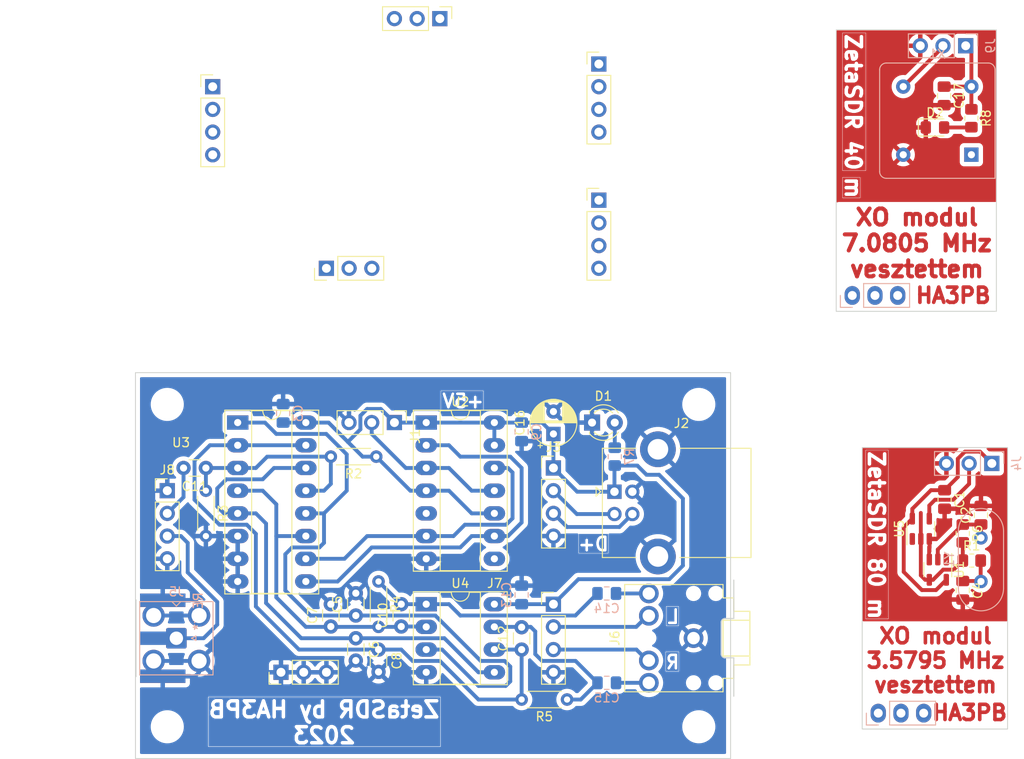
<source format=kicad_pcb>
(kicad_pcb (version 20221018) (generator pcbnew)
  (title_block (title "ZetaSDR") (date "2023-07-25") (company "HA3PB"))
  (layers (0 "F.Cu" signal) (31 "B.Cu" signal) (34 "B.Paste" user) (35 "F.Paste" user) (36 "B.SilkS" user "B.Silkscreen") (37 "F.SilkS" user "F.Silkscreen") (38 "B.Mask" user) (39 "F.Mask" user) (44 "Edge.Cuts" user))
  (net 0 "")
  (net 1 "VCC")
  (net 2 "GND")
  (net 3 "Net-(U3-X0)")
  (net 4 "Net-(U3-X1)")
  (net 5 "Net-(U3-X3)")
  (net 6 "Net-(U3-X2)")
  (net 7 "Net-(U3-X)")
  (net 8 "Net-(C14-Pad2)")
  (net 9 "Net-(C10-Pad2)")
  (net 10 "Net-(C15-Pad2)")
  (net 11 "Net-(C12-Pad2)")
  (net 12 "Net-(J2-D-)")
  (net 13 "Net-(J2-D+)")
  (net 14 "/CLK")
  (net 15 "Net-(C2-Pad1)")
  (net 16 "Net-(U2A-D)")
  (net 18 "Net-(U2A-~{Q})")
  (net 19 "Net-(J4-Pin_2)")
  (net 20 "Net-(J5-In)")
  (net 21 "Net-(J7-Pin_3)")
  (net 22 "Net-(J7-Pin_2)")
  (net 24 "Net-(J8-Pin_2)")
  (net 25 "Net-(R1-Pad1)")
  (net 26 "Net-(C4-Pad1)")
  (net 27 "Net-(D1-A)")
  (net 28 "Net-(D2-A)")
  (net 29 "Net-(J9-Pin_2)")
  (footprint "Connector_PinHeader_2.54mm:PinHeader_1x03_P2.54mm_Vertical" (layer "F.Cu") (at 112.791 73.924 90)
    (fp_text reference "REF**" hide)
    (fp_text value "PinHeader_1x03_P2.54mm_Vertical" hide)
  )
  (footprint "Resistor_SMD:R_0805_2012Metric_Pad1.20x1.40mm_HandSolder" (layer "F.Cu") (at 184.9501 106.6259)
    (fp_text reference "R1")
    (fp_text value "10")
  )
  (footprint "Package_TO_SOT_SMD:SOT-23-5" (layer "F.Cu") (at 181.1561 107.6419 -90)
    (fp_text reference "U1")
    (fp_text value "74AHCT1G14")
  )
  (footprint "MountingHole:MountingHole_3.2mm_M3" (layer "F.Cu") (at 94.996 89.154)
    (fp_text reference "REF**" hide)
    (fp_text value "MountingHole_3.2mm_M3" hide)
  )
  (footprint "Package_DIP:DIP-16_W7.62mm_Socket_LongPads" (layer "F.Cu") (at 102.87 91.186)
    (fp_text reference "U3")
    (fp_text value "4052")
  )
  (footprint "Capacitor_THT:CP_Radial_D5.0mm_P2.50mm" (layer "F.Cu") (at 138.176 92.456 90)
    (fp_text reference "C16")
    (fp_text value "10u")
  )
  (footprint "Connector_PinHeader_2.54mm:PinHeader_1x04_P2.54mm_Vertical" (layer "F.Cu") (at 143.256 66.304)
    (fp_text reference "J?" hide)
    (fp_text value "ADC" hide)
  )
  (footprint "LED_SMD:LED_0805_2012Metric_Pad1.15x1.40mm_HandSolder" (layer "F.Cu") (at 180.839 58.166)
    (fp_text reference "D2")
    (fp_text value "LED")
  )
  (footprint "MountingHole:MountingHole_3.2mm_M3" (layer "F.Cu") (at 154.432 125.222)
    (fp_text reference "REF**" hide)
    (fp_text value "MountingHole_3.2mm_M3" hide)
  )
  (footprint "Connector_USB:USB_B_Lumberg_2411_02_Horizontal" (layer "F.Cu") (at 145 98.922)
    (fp_text reference "J2")
    (fp_text value "USB_B")
  )
  (footprint "Connector_PinHeader_2.54mm:PinHeader_1x03_P2.54mm_Vertical" (layer "F.Cu") (at 107.711 119.126 90)
    (fp_text reference "REF**" hide)
    (fp_text value "PinHeader_1x03_P2.54mm_Vertical" hide)
  )
  (footprint "Connector_PinHeader_2.54mm:PinHeader_1x04_P2.54mm_Vertical" (layer "F.Cu") (at 143.256 51.064)
    (fp_text reference "J?" hide)
    (fp_text value "USB" hide)
  )
  (footprint "MountingHole:MountingHole_3.2mm_M3" (layer "F.Cu") (at 94.996 125.222)
    (fp_text reference "REF**" hide)
    (fp_text value "MountingHole_3.2mm_M3" hide)
  )
  (footprint "Package_DIP:DIP-14_W7.62mm_Socket_LongPads" (layer "F.Cu") (at 123.952 91.186)
    (fp_text reference "U2")
    (fp_text value "74HC74")
  )
  (footprint "Capacitor_THT:C_Disc_D3.0mm_W1.6mm_P2.50mm" (layer "F.Cu") (at 116.078 115.316 -90)
    (fp_text reference "C6")
    (fp_text value "22n")
  )
  (footprint "Resistor_SMD:R_0805_2012Metric_Pad1.20x1.40mm_HandSolder" (layer "F.Cu") (at 184.912 57.134 -90)
    (fp_text reference "R8")
    (fp_text value "1k")
  )
  (footprint "Resistor_THT:R_Axial_DIN0204_L3.6mm_D1.6mm_P5.08mm_Horizontal" (layer "F.Cu") (at 118.618 108.966 -90)
    (fp_text reference "R4")
    (fp_text value "5k1")
  )
  (footprint "Capacitor_THT:C_Disc_D3.0mm_W1.6mm_P2.50mm" (layer "F.Cu") (at 118.618 116.586 -90)
    (fp_text reference "C8")
    (fp_text value "22n")
  )
  (footprint "Capacitor_SMD:C_0805_2012Metric_Pad1.18x1.45mm_HandSolder" (layer "F.Cu") (at 181.864 54.6315 -90)
    (fp_text reference "C17")
    (fp_text value "100n")
  )
  (footprint "Capacitor_SMD:C_0805_2012Metric_Pad1.18x1.45mm_HandSolder" (layer "F.Cu") (at 181.9181 99.7894 -90)
    (fp_text reference "C1")
    (fp_text value "100n")
  )
  (footprint "Connector_PinHeader_2.54mm:PinHeader_1x04_P2.54mm_Vertical" (layer "F.Cu") (at 138.176 96.266)
    (fp_text reference "J3")
    (fp_text value "USB")
  )
  (footprint "Resistor_THT:R_Axial_DIN0204_L3.6mm_D1.6mm_P5.08mm_Horizontal" (layer "F.Cu") (at 99.314 98.806 -90)
    (fp_text reference "R3")
    (fp_text value "1k")
  )
  (footprint "Capacitor_THT:C_Disc_D3.0mm_W1.6mm_P2.50mm" (layer "F.Cu") (at 113.284 114.006 90)
    (fp_text reference "C7")
    (fp_text value "22n")
  )
  (footprint "Connector_PinHeader_2.54mm:PinHeader_1x04_P2.54mm_Vertical" (layer "F.Cu") (at 100.076 53.604)
    (fp_text reference "J?" hide)
    (fp_text value "FILTER" hide)
  )
  (footprint "Resistor_THT:R_Axial_DIN0204_L3.6mm_D1.6mm_P5.08mm_Horizontal" (layer "F.Cu") (at 139.7 122.174 180)
    (fp_text reference "R5")
    (fp_text value "5k1")
  )
  (footprint "Resistor_THT:R_Axial_DIN0204_L3.6mm_D1.6mm_P5.08mm_Horizontal" (layer "F.Cu") (at 118.364 94.996 180)
    (fp_text reference "R2")
    (fp_text value "1k")
  )
  (footprint "Capacitor_THT:C_Disc_D3.0mm_W1.6mm_P2.50mm" (layer "F.Cu") (at 99.314 96.266 180)
    (fp_text reference "C11")
    (fp_text value "100p")
  )
  (footprint "Package_DIP:DIP-8_W7.62mm_Socket_LongPads" (layer "F.Cu") (at 123.952 111.506)
    (fp_text reference "U4")
    (fp_text value "NE5532")
  )
  (footprint "Capacitor_THT:C_Disc_D3.0mm_W1.6mm_P2.50mm" (layer "F.Cu") (at 116.078 112.776 90)
    (fp_text reference "C5")
    (fp_text value "22n")
  )
  (footprint "Connector_PinHeader_2.54mm:PinHeader_1x04_P2.54mm_Vertical" (layer "F.Cu") (at 138.176 111.506)
    (fp_text reference "J7")
    (fp_text value "ADC")
  )
  (footprint "Capacitor_THT:C_Disc_D3.0mm_W1.6mm_P2.50mm" (layer "F.Cu") (at 134.62 116.586 90)
    (fp_text reference "C12")
    (fp_text value "330p")
  )
  (footprint "Connector_Audio:Jack_3.5mm_CUI_SJ1-3525N_Horizontal" (layer "F.Cu") (at 153.844 115.306 90)
    (fp_text reference "J6")
    (fp_text value "AudioJack3_SwitchTR")
    (fp_line (start -2.2 3.5) (end -2.2 4.5) (stroke (width 0.12)) (layer "Edge.Cuts"))
    (fp_line (start -2.2 4.5) (end -6.5 4.5) (stroke (width 0.12)) (layer "Edge.Cuts"))
    (fp_line (start 1.8 3.1) (end -1.8 3.1) (stroke (width 0.12)) (layer "Edge.Cuts"))
    (fp_line (start 2.2 3.5) (end 2.2 4.5) (stroke (width 0.12)) (layer "Edge.Cuts"))
    (fp_line (start 2.2 4.5) (end 6.5 4.5) (stroke (width 0.12)) (layer "Edge.Cuts"))
    (fp_arc (start -2.2 3.5) (mid -2.082842 3.217158) (end -1.8 3.1) (stroke (width 0.12)) (layer "Edge.Cuts"))
    (fp_arc (start 1.8 3.1) (mid 2.082843 3.217157) (end 2.2 3.5) (stroke (width 0.12)) (layer "Edge.Cuts"))
  )
  (footprint "Connector_PinHeader_2.54mm:PinHeader_1x04_P2.54mm_Vertical" (layer "F.Cu") (at 94.996 98.806)
    (fp_text reference "J8")
    (fp_text value "FILTER")
  )
  (footprint "MountingHole:MountingHole_3.2mm_M3" (layer "F.Cu") (at 154.432 89.154)
    (fp_text reference "REF**" hide)
    (fp_text value "MountingHole_3.2mm_M3" hide)
  )
  (footprint "Resistor_SMD:R_0805_2012Metric_Pad1.20x1.40mm_HandSolder" (layer "F.Cu") (at 183.9501 103.5939 -90)
    (fp_text reference "R6")
    (fp_text value "1M")
  )
  (footprint "Connector_PinHeader_2.54mm:PinHeader_1x03_P2.54mm_Vertical" (layer "F.Cu") (at 125.476 45.984 -90)
    (fp_text reference "J?" hide)
    (fp_text value "OSC" hide)
  )
  (footprint "Capacitor_SMD:C_0805_2012Metric_Pad1.18x1.45mm_HandSolder" (layer "F.Cu") (at 183.9501 109.9494 -90)
    (fp_text reference "C4")
    (fp_text value "22p")
  )
  (footprint "Package_TO_SOT_SMD:SOT-23-5" (layer "F.Cu") (at 179.2561 103.0699 90)
    (fp_text reference "U5")
    (fp_text value "74AHCT1G14")
  )
  (footprint "LED_THT:LED_D3.0mm" (layer "F.Cu") (at 142.494 91.186)
    (fp_text reference "D1")
    (fp_text value "LED")
  )
  (footprint "Connector_PinHeader_2.54mm:PinHeader_1x03_P2.54mm_Vertical" (layer "F.Cu") (at 120.396 91.186 -90)
    (fp_text reference "J1")
    (fp_text value "OSC")
  )
  (footprint "Capacitor_THT:C_Disc_D3.0mm_W1.6mm_P2.50mm" (layer "F.Cu") (at 121.158 114.006 90)
    (fp_text reference "C10")
    (fp_text value "330p")
  )
  (footprint "Capacitor_SMD:C_0805_2012Metric_Pad1.18x1.45mm_HandSolder" (layer "F.Cu") (at 185.9821 101.5459 90)
    (fp_text reference "C2")
    (fp_text value "22p")
  )
  (footprint "Capacitor_SMD:C_0805_2012Metric_Pad1.18x1.45mm_HandSolder" (layer "B.Cu") (at 144.1385 110.306)
    (fp_text reference "C14")
    (fp_text value "1u")
  )
  (footprint "Connector_PinSocket_2.54mm:PinSocket_1x03_P2.54mm_Vertical" (layer "B.Cu") (at 187.198 95.758 90)
    (fp_text reference "J4")
    (fp_text value "OSC")
  )
  (footprint "Oscillator:Oscillator_DIP-8" (layer "B.Cu") (at 184.912 61.214 180)
    (fp_text reference "X1")
    (fp_text value "CXO_DIP8")
  )
  (footprint "Connector_Coaxial:SMA_Amphenol_132289_EdgeMount" (layer "B.Cu") (at 94.488 115.316 180)
    (fp_text reference "REF**")
    (fp_text value "SMA_Amphenol_132289_EdgeMount")
  )
  (footprint "Connector_Coaxial:SMA_Amphenol_901-143_Horizontal" (layer "B.Cu") (at 96.012 115.316 -90)
    (fp_text reference "J5")
    (fp_text value "Antenna")
    (fp_line (start 4.3 4.5) (end -4.3 4.5) (stroke (width 0.1)) (layer "Edge.Cuts"))
  )
  (footprint "Resistor_SMD:R_0805_2012Metric_Pad1.20x1.40mm_HandSolder" (layer "B.Cu") (at 145.034 94.996 90)
    (fp_text reference "R7")
    (fp_text value "1k")
  )
  (footprint "Capacitor_SMD:C_0805_2012Metric_Pad1.18x1.45mm_HandSolder" (layer "B.Cu") (at 134.62 92.2235 90)
    (fp_text reference "C9")
    (fp_text value "100n")
  )
  (footprint "Connector_PinSocket_2.54mm:PinSocket_1x03_P2.54mm_Vertical" (layer "B.Cu") (at 184.277 49.022 90)
    (fp_text reference "J9")
    (fp_text value "OSC")
  )
  (footprint "Capacitor_SMD:C_0805_2012Metric_Pad1.18x1.45mm_HandSolder" (layer "B.Cu") (at 107.95 90.1485 90)
    (fp_text reference "C3")
    (fp_text value "100n")
  )
  (footprint "Capacitor_SMD:C_0805_2012Metric_Pad1.18x1.45mm_HandSolder" (layer "B.Cu") (at 134.62 110.4685 -90)
    (fp_text reference "C13")
    (fp_text value "100n")
  )
  (footprint "Connector_PinSocket_2.54mm:PinSocket_1x03_P2.54mm_Vertical" (layer "B.Cu") (at 171.592 76.962 -90)
    (fp_text reference "REF**" hide)
    (fp_text value "PinSocket_1x03_P2.54mm_Vertical" hide)
  )
  (footprint "Connector_PinSocket_2.54mm:PinSocket_1x03_P2.54mm_Vertical" (layer "B.Cu") (at 174.498 123.698 -90)
    (fp_text reference "REF**" hide)
    (fp_text value "PinSocket_1x03_P2.54mm_Vertical" hide)
  )
  (footprint "Crystal:Crystal_HC49-4H_Vertical" (layer "B.Cu") (at 185.9821 104.0859 -90)
    (fp_text reference "Y1")
    (fp_text value "14.3594MHz")
  )
  (footprint "Capacitor_SMD:C_0805_2012Metric_Pad1.18x1.45mm_HandSolder" (layer "B.Cu") (at 144.1385 120.306)
    (fp_text reference "C15")
    (fp_text value "1u")
  )
  (gr_rect (start 91.44 85.598) (end 157.988 128.778) (stroke (width 0.1)) (fill none) (layer "Edge.Cuts"))
  (gr_rect (start 172.705 93.98) (end 188.961 125.476) (stroke (width 0.1)) (fill none) (layer "Edge.Cuts"))
  (gr_rect (start 169.799 47.244) (end 187.706 78.74) (stroke (width 0.1)) (fill none) (layer "Edge.Cuts"))
  (gr_text "HA3PB" (at 182.88 76.962) (layer "F.Cu") (effects (font (size 1.7 1.7) (thickness 0.4) bold)))
  (gr_text "ZetaSDR 80 m" (at 173.2821 94.1799 270) (layer "F.Cu" knockout) (effects (font (size 1.7 1.7) (thickness 0.4) bold) (justify left bottom)))
  (gr_text "XO modul\n3.5795 MHz\nvesztettem" (at 180.9021 117.8019) (layer "F.Cu") (effects (font (size 1.7 1.7) (thickness 0.4) bold)))
  (gr_text "HA3PB" (at 184.7121 123.6439) (layer "F.Cu") (effects (font (size 1.7 1.7) (thickness 0.4) bold)))
  (gr_text "XO modul\n7.0805 MHz\nvesztettem" (at 178.816 71.12) (layer "F.Cu") (effects (font (size 1.8 1.85) (thickness 0.45) bold)))
  (gr_text "m" (at 170.688 63.5 -90) (layer "F.Cu" knockout) (effects (font (size 1.7 1.7) (thickness 0.4) bold) (justify left bottom)))
  (gr_text "ZetaSDR 40" (at 170.688 47.498 270) (layer "F.Cu" knockout) (effects (font (size 1.7 1.7) (thickness 0.4) bold) (justify left bottom)))
  (gr_text "R" (at 152.4 118.872) (layer "B.Cu" knockout) (effects (font (size 1.5 1.4) (thickness 0.3) bold) (justify left bottom mirror)))
  (gr_text "+5V " (at 130.556 89.662) (layer "B.Cu" knockout) (effects (font (size 1.5 1.5) (thickness 0.3) bold) (justify left bottom mirror)))
  (gr_text "ZetaSDR by HA3PB\n2023" (at 112.522 127.254) (layer "B.Cu" knockout) (effects (font (size 1.8 1.8) (thickness 0.4) bold) (justify bottom mirror)))
  (gr_text "D+" (at 144.526 105.664) (layer "B.Cu" knockout) (effects (font (size 1.5 1.5) (thickness 0.3) bold) (justify left bottom mirror)))
  (gr_text "L" (at 152.4 113.792) (layer "B.Cu" knockout) (effects (font (size 1.5 1.5) (thickness 0.3) bold) (justify left bottom mirror)))
  (segment (start 178.3061 101.9324) (end 178.3061 100.8399) (width 0.4318) (layer "F.Cu") (net 1))
  (segment (start 184.912 49.657) (end 184.277 49.022) (width 0.4318) (layer "F.Cu") (net 1))
  (segment (start 180.3941 98.7519) (end 181.9181 98.7519) (width 0.4318) (layer "F.Cu") (net 1))
  (segment (start 177.3461 102.8924) (end 177.3461 107.8959) (width 0.4318) (layer "F.Cu") (net 1))
  (segment (start 185.8739 94.4339) (end 187.198 95.758) (width 0.4318) (layer "F.Cu") (net 1))
  (segment (start 178.3061 100.8399) (end 180.3941 98.7519) (width 0.4318) (layer "F.Cu") (net 1))
  (segment (start 183.3921 97.2779) (end 183.3921 95.233647) (width 0.4318) (layer "F.Cu") (net 1))
  (segment (start 184.191847 94.4339) (end 185.8739 94.4339) (width 0.4318) (layer "F.Cu") (net 1))
  (segment (start 178.3061 101.9324) (end 177.3461 102.8924) (width 0.4318) (layer "F.Cu") (net 1))
  (segment (start 180.9576 109.9279) (end 182.1061 108.7794) (width 0.4318) (layer "F.Cu") (net 1))
  (segment (start 181.864 53.594) (end 184.912 53.594) (width 0.4318) (layer "F.Cu") (net 1))
  (segment (start 177.3461 107.8959) (end 179.3781 109.9279) (width 0.4318) (layer "F.Cu") (net 1))
  (segment (start 184.912 53.594) (end 184.912 49.657) (width 0.4318) (layer "F.Cu") (net 1))
  (segment (start 179.3781 109.9279) (end 180.9576 109.9279) (width 0.4318) (layer "F.Cu") (net 1))
  (segment (start 183.3921 95.233647) (end 184.191847 94.4339) (width 0.4318) (layer "F.Cu") (net 1))
  (segment (start 181.9181 98.7519) (end 183.3921 97.2779) (width 0.4318) (layer "F.Cu") (net 1))
  (segment (start 184.912 56.134) (end 184.912 53.594) (width 0.4318) (layer "F.Cu") (net 1))
  (segment (start 151.13 108.712) (end 140.97 108.712) (width 0.4318) (layer "B.Cu") (net 1))
  (segment (start 136.906 91.186) (end 138.176 92.456) (width 0.4318) (layer "B.Cu") (net 1))
  (segment (start 145 98.922) (end 140.832 98.922) (width 0.4318) (layer "B.Cu") (net 1))
  (segment (start 131.572 91.186) (end 134.62 91.186) (width 0.4318) (layer "B.Cu") (net 1))
  (segment (start 116.84 94.996) (end 115.189 93.345) (width 0.4318) (layer "B.Cu") (net 1))
  (segment (start 147.558 95.996) (end 148.59 97.028) (width 0.4318) (layer "B.Cu") (net 1))
  (segment (start 140.97 108.712) (end 138.176 111.506) (width 0.4318) (layer "B.Cu") (net 1))
  (segment (start 152.654 107.188) (end 151.13 108.712) (width 0.4318) (layer "B.Cu") (net 1))
  (segment (start 116.5901 90.4199) (end 117.348 89.662) (width 0.4318) (layer "B.Cu") (net 1))
  (segment (start 149.994 97.028) (end 152.654 99.688) (width 0.4318) (layer "B.Cu") (net 1))
  (segment (start 134.62 91.186) (end 136.906 91.186) (width 0.4318) (layer "B.Cu") (net 1))
  (segment (start 117.348 89.662) (end 118.872 89.662) (width 0.4318) (layer "B.Cu") (net 1))
  (segment (start 118.364 94.996) (end 116.84 94.996) (width 0.4318) (layer "B.Cu") (net 1))
  (segment (start 145.034 95.996) (end 147.558 95.996) (width 0.4318) (layer "B.Cu") (net 1))
  (segment (start 140.832 98.922) (end 138.176 96.266) (width 0.4318) (layer "B.Cu") (net 1))
  (segment (start 145 98.922) (end 145 96.03) (width 0.4318) (layer "B.Cu") (net 1))
  (segment (start 129.032 101.346) (end 126.492 98.806) (width 0.4318) (layer "B.Cu") (net 1))
  (segment (start 148.59 97.028) (end 149.994 97.028) (width 0.4318) (layer "B.Cu") (net 1))
  (segment (start 118.364 94.996) (end 122.174 98.806) (width 0.4318) (layer "B.Cu") (net 1))
  (segment (start 115.189 93.345) (end 113.03 91.186) (width 0.4318) (layer "B.Cu") (net 1))
  (segment (start 126.492 98.806) (end 123.952 98.806) (width 0.4318) (layer "B.Cu") (net 1))
  (segment (start 113.03 91.186) (end 110.49 91.186) (width 0.4318) (layer "B.Cu") (net 1))
  (segment (start 145 96.03) (end 145.034 95.996) (width 0.4318) (layer "B.Cu") (net 1))
  (segment (start 138.176 111.506) (end 131.572 111.506) (width 0.4318) (layer "B.Cu") (net 1))
  (segment (start 122.174 98.806) (end 123.952 98.806) (width 0.4318) (layer "B.Cu") (net 1))
  (segment (start 138.176 96.266) (end 138.176 92.456) (width 0.4318) (layer "B.Cu") (net 1))
  (segment (start 118.872 89.662) (end 120.396 91.186) (width 0.4318) (layer "B.Cu") (net 1))
  (segment (start 116.5901 91.9439) (end 116.5901 90.4199) (width 0.4318) (layer "B.Cu") (net 1))
  (segment (start 120.396 91.186) (end 123.952 91.186) (width 0.4318) (layer "B.Cu") (net 1))
  (segment (start 131.572 101.346) (end 129.032 101.346) (width 0.4318) (layer "B.Cu") (net 1))
  (segment (start 131.572 93.726) (end 131.572 91.186) (width 0.4318) (layer "B.Cu") (net 1))
  (segment (start 123.952 91.186) (end 131.572 91.186) (width 0.4318) (layer "B.Cu") (net 1))
  (segment (start 110.49 91.186) (end 107.95 91.186) (width 0.4318) (layer "B.Cu") (net 1))
  (segment (start 152.654 99.688) (end 152.654 107.188) (width 0.4318) (layer "B.Cu") (net 1))
  (segment (start 115.189 93.345) (end 116.5901 91.9439) (width 0.4318) (layer "B.Cu") (net 1))
  (segment (start 97.976 111.066) (end 94.488 111.066) (width 0.4318) (layer "B.Cu") (net 2))
  (segment (start 98.552 111.506) (end 98.044 110.998) (width 0.4318) (layer "B.Cu") (net 2))
  (segment (start 107.95 89.154) (end 113.284 89.154) (width 0.4318) (layer "B.Cu") (net 2))
  (segment (start 98.552 119.126) (end 98.044 119.634) (width 0.4318) (layer "B.Cu") (net 2))
  (segment (start 98.044 119.634) (end 97.976 119.566) (width 0.4318) (layer "B.Cu") (net 2))
  (segment (start 98.552 117.856) (end 98.552 119.126) (width 0.4318) (layer "B.Cu") (net 2))
  (segment (start 98.044 110.998) (end 97.976 111.066) (width 0.4318) (layer "B.Cu") (net 2))
  (segment (start 98.552 112.776) (end 98.552 111.506) (width 0.4318) (layer "B.Cu") (net 2))
  (segment (start 107.95 89.111) (end 107.95 89.154) (width 0.4318) (layer "B.Cu") (net 2))
  (segment (start 113.284 89.154) (end 115.316 91.186) (width 0.4318) (layer "B.Cu") (net 2))
  (segment (start 97.976 119.566) (end 94.488 119.566) (width 0.4318) (layer "B.Cu") (net 2))
  (segment (start 102.87 106.426) (end 102.87 108.966) (width 0.4318) (layer "B.Cu") (net 2))
  (segment (start 102.87 103.886) (end 102.87 106.426) (width 0.4318) (layer "B.Cu") (net 2))
  (segment (start 93.472 117.856) (end 98.552 117.856) (width 0.4318) (layer "B.Cu") (net 2))
  (segment (start 98.552 112.776) (end 93.472 112.776) (width 0.4318) (layer "B.Cu") (net 2))
  (segment (start 130.048 117.856) (end 132.715 117.856) (width 0.4318) (layer "B.Cu") (net 3))
  (segment (start 110.998 112.776) (end 116.332 112.776) (width 0.4318) (layer "B.Cu") (net 3))
  (segment (start 112.522 104.638) (end 112.004 105.156) (width 0.4318) (layer "B.Cu") (net 3))
  (segment (start 108.194 109.972) (end 110.998 112.776) (width 0.4318) (layer "B.Cu") (net 3))
  (segment (start 116.332 112.776) (end 124.968 112.776) (width 0.4318) (layer "B.Cu") (net 3))
  (segment (start 115.062 98.806) (end 112.522 101.346) (width 0.4318) (layer "B.Cu") (net 3))
  (segment (start 108.956 105.156) (end 108.194 105.918) (width 0.4318) (layer "B.Cu") (net 3))
  (segment (start 124.968 112.776) (end 130.048 117.856) (width 0.4318) (layer "B.Cu") (net 3))
  (segment (start 107.188 92.456) (end 112.776 92.456) (width 0.4318) (layer "B.Cu") (net 3))
  (segment (start 132.842 120.65) (end 129.794 120.65) (width 0.4318) (layer "B.Cu") (net 3))
  (segment (start 125.73 116.586) (end 123.952 116.586) (width 0.4318) (layer "B.Cu") (net 3))
  (segment (start 133.35 120.142) (end 132.842 120.65) (width 0.4318) (layer "B.Cu") (net 3))
  (segment (start 112.776 92.456) (end 115.062 94.742) (width 0.4318) (layer "B.Cu") (net 3))
  (segment (start 112.522 101.346) (end 110.49 101.346) (width 0.4318) (layer "B.Cu") (net 3))
  (segment (start 108.194 105.918) (end 108.194 109.972) (width 0.4318) (layer "B.Cu") (net 3))
  (segment (start 129.794 120.65) (end 125.73 116.586) (width 0.4318) (layer "B.Cu") (net 3))
  (segment (start 133.35 118.491) (end 133.35 120.142) (width 0.4318) (layer "B.Cu") (net 3))
  (segment (start 102.87 91.186) (end 105.918 91.186) (width 0.4318) (layer "B.Cu") (net 3))
  (segment (start 132.715 117.856) (end 133.35 118.491) (width 0.4318) (layer "B.Cu") (net 3))
  (segment (start 112.522 101.346) (end 112.522 104.638) (width 0.4318) (layer "B.Cu") (net 3))
  (segment (start 105.918 91.186) (end 107.188 92.456) (width 0.4318) (layer "B.Cu") (net 3))
  (segment (start 115.062 94.742) (end 115.062 98.806) (width 0.4318) (layer "B.Cu") (net 3))
  (segment (start 112.004 105.156) (end 108.956 105.156) (width 0.4318) (layer "B.Cu") (net 3))
  (segment (start 104.902 101.346) (end 106.045 102.489) (width 0.4318) (layer "B.Cu") (net 4))
  (segment (start 109.982 115.316) (end 125.984 115.316) (width 0.4318) (layer "B.Cu") (net 4))
  (segment (start 100.584 98.552) (end 100.584 100.584) (width 0.4318) (layer "B.Cu") (net 4))
  (segment (start 129.794 119.126) (end 131.572 119.126) (width 0.4318) (layer "B.Cu") (net 4))
  (segment (start 125.984 115.316) (end 129.794 119.126) (width 0.4318) (layer "B.Cu") (net 4))
  (segment (start 102.87 101.346) (end 104.902 101.346) (width 0.4318) (layer "B.Cu") (net 4))
  (segment (start 100.584 100.584) (end 101.346 101.346) (width 0.4318) (layer "B.Cu") (net 4))
  (segment (start 101.346 101.346) (end 102.87 101.346) (width 0.4318) (layer "B.Cu") (net 4))
  (segment (start 105.664 97.536) (end 101.6 97.536) (width 0.4318) (layer "B.Cu") (net 4))
  (segment (start 103.378 101.346) (end 102.87 101.346) (width 0.4318) (layer "B.Cu") (net 4))
  (segment (start 110.49 96.266) (end 106.934 96.266) (width 0.4318) (layer "B.Cu") (net 4))
  (segment (start 106.934 96.266) (end 105.664 97.536) (width 0.4318) (layer "B.Cu") (net 4))
  (segment (start 101.6 97.536) (end 100.584 98.552) (width 0.4318) (layer "B.Cu") (net 4))
  (segment (start 106.045 102.489) (end 106.045 111.379) (width 0.4318) (layer "B.Cu") (net 4))
  (segment (start 106.045 111.379) (end 109.982 115.316) (width 0.4318) (layer "B.Cu") (net 4))
  (segment (start 110.49 114.046) (end 114.046 114.046) (width 0.4318) (layer "B.Cu") (net 5))
  (segment (start 120.864 114.046) (end 120.904 114.006) (width 0.4318) (layer "B.Cu") (net 5))
  (segment (start 102.87 98.806) (end 105.664 98.806) (width 0.4318) (layer "B.Cu") (net 5))
  (segment (start 123.912 114.006) (end 123.952 114.046) (width 0.4318) (layer "B.Cu") (net 5))
  (segment (start 118.364 114.046) (end 120.864 114.046) (width 0.4318) (layer "B.Cu") (net 5))
  (segment (start 120.904 114.006) (end 123.912 114.006) (width 0.4318) (layer "B.Cu") (net 5))
  (segment (start 107.188 100.33) (end 107.188 103.886) (width 0.4318) (layer "B.Cu") (net 5))
  (segment (start 114.046 114.046) (end 118.618 114.046) (width 0.4318) (layer "B.Cu") (net 5))
  (segment (start 107.188 103.886) (end 107.188 110.744) (width 0.4318) (layer "B.Cu") (net 5))
  (segment (start 107.188 110.744) (end 110.49 114.046) (width 0.4318) (layer "B.Cu") (net 5))
  (segment (start 110.49 103.886) (end 107.188 103.886) (width 0.4318) (layer "B.Cu") (net 5))
  (segment (start 105.664 98.806) (end 107.188 100.33) (width 0.4318) (layer "B.Cu") (net 5))
  (segment (start 98.044 99.822) (end 100.838 102.616) (width 0.4318) (layer "B.Cu") (net 6))
  (segment (start 102.87 93.726) (end 99.767879 93.726) (width 0.4318) (layer "B.Cu") (net 6))
  (segment (start 104.902 103.632) (end 104.902 111.76225) (width 0.4318) (layer "B.Cu") (net 6))
  (segment (start 103.886 102.616) (end 104.902 103.632) (width 0.4318) (layer "B.Cu") (net 6))
  (segment (start 134.62 122.174) (end 134.62 116.586) (width 0.4318) (layer "B.Cu") (net 6))
  (segment (start 98.044 95.449879) (end 98.044 99.822) (width 0.4318) (layer "B.Cu") (net 6))
  (segment (start 102.87 93.726) (end 110.49 93.726) (width 0.4318) (layer "B.Cu") (net 6))
  (segment (start 125.476 117.856) (end 129.794 122.174) (width 0.4318) (layer "B.Cu") (net 6))
  (segment (start 109.72575 116.586) (end 118.618 116.586) (width 0.4318) (layer "B.Cu") (net 6))
  (segment (start 99.767879 93.726) (end 98.044 95.449879) (width 0.4318) (layer "B.Cu") (net 6))
  (segment (start 118.618 116.586) (end 121.158 116.586) (width 0.4318) (layer "B.Cu") (net 6))
  (segment (start 134.62 116.586) (end 131.572 116.586) (width 0.4318) (layer "B.Cu") (net 6))
  (segment (start 129.794 122.174) (end 134.62 122.174) (width 0.4318) (layer "B.Cu") (net 6))
  (segment (start 121.158 116.586) (end 122.428 117.856) (width 0.4318) (layer "B.Cu") (net 6))
  (segment (start 122.428 117.856) (end 125.476 117.856) (width 0.4318) (layer "B.Cu") (net 6))
  (segment (start 104.902 111.76225) (end 109.72575 116.586) (width 0.4318) (layer "B.Cu") (net 6))
  (segment (start 100.838 102.616) (end 103.886 102.616) (width 0.4318) (layer "B.Cu") (net 6))
  (segment (start 106.172 94.996) (end 113.284 94.996) (width 0.4318) (layer "B.Cu") (net 7))
  (segment (start 102.87 96.266) (end 99.314 96.266) (width 0.4318) (layer "B.Cu") (net 7))
  (segment (start 102.87 96.266) (end 104.902 96.266) (width 0.4318) (layer "B.Cu") (net 7))
  (segment (start 113.284 98.044) (end 112.522 98.806) (width 0.4318) (layer "B.Cu") (net 7))
  (segment (start 112.522 98.806) (end 110.49 98.806) (width 0.4318) (layer "B.Cu") (net 7))
  (segment (start 104.902 96.266) (end 106.172 94.996) (width 0.4318) (layer "B.Cu") (net 7))
  (segment (start 113.284 94.996) (end 113.284 98.044) (width 0.4318) (layer "B.Cu") (net 7))
  (segment (start 99.314 98.806) (end 99.314 96.266) (width 0.4318) (layer "B.Cu") (net 7))
  (segment (start 145.176 110.306) (end 148.676 110.306) (width 0.4318) (layer "B.Cu") (net 8))
  (segment (start 143.101 110.306) (end 140.6351 112.7719) (width 0.4318) (layer "B.Cu") (net 9))
  (segment (start 118.618 108.966) (end 121.158 111.506) (width 0.4318) (layer "B.Cu") (net 9))
  (segment (start 140.6351 112.7719) (end 127.7743 112.7719) (width 0.4318) (layer "B.Cu") (net 9))
  (segment (start 127.7743 112.7719) (end 127.7661 112.7801) (width 0.4318) (layer "B.Cu") (net 9))
  (segment (start 123.952 111.506) (end 126.492 111.506) (width 0.4318) (layer "B.Cu") (net 9))
  (segment (start 126.492 111.506) (end 127.7661 112.7801) (width 0.4318) (layer "B.Cu") (net 9))
  (segment (start 123.952 111.506) (end 121.158 111.506) (width 0.4318) (layer "B.Cu") (net 9))
  (segment (start 145.176 120.306) (end 148.676 120.306) (width 0.4318) (layer "B.Cu") (net 10))
  (segment (start 136.144 117.094) (end 136.9019 117.8519) (width 0.4318) (layer "B.Cu") (net 11))
  (segment (start 131.572 114.046) (end 135.636 114.046) (width 0.4318) (layer "B.Cu") (net 11))
  (segment (start 140.6469 117.8519) (end 143.101 120.306) (width 0.4318) (layer "B.Cu") (net 11))
  (segment (start 135.636 114.046) (end 136.144 114.554) (width 0.4318) (layer "B.Cu") (net 11))
  (segment (start 136.144 114.554) (end 136.144 117.094) (width 0.4318) (layer "B.Cu") (net 11))
  (segment (start 136.9019 117.8519) (end 140.6469 117.8519) (width 0.4318) (layer "B.Cu") (net 11))
  (segment (start 139.7 122.174) (end 141.233 122.174) (width 0.4318) (layer "B.Cu") (net 11))
  (segment (start 141.233 122.174) (end 143.101 120.306) (width 0.4318) (layer "B.Cu") (net 11))
  (segment (start 138.176 98.806) (end 140.792 101.422) (width 0.4318) (layer "B.Cu") (net 12))
  (segment (start 140.792 101.422) (end 145 101.422) (width 0.4318) (layer "B.Cu") (net 12))
  (segment (start 145.552 102.87) (end 147 101.422) (width 0.4318) (layer "B.Cu") (net 13))
  (segment (start 139.7 102.87) (end 145.552 102.87) (width 0.4318) (layer "B.Cu") (net 13))
  (segment (start 138.176 101.346) (end 139.7 102.87) (width 0.4318) (layer "B.Cu") (net 13))
  (segment (start 121.666 96.266) (end 117.856 92.456) (width 0.4318) (layer "B.Cu") (net 14))
  (segment (start 123.947 96.271) (end 123.952 96.266) (width 0.4318) (layer "B.Cu") (net 14))
  (segment (start 129.032 98.806) (end 131.572 98.806) (width 0.4318) (layer "B.Cu") (net 14))
  (segment (start 117.856 92.456) (end 117.856 91.186) (width 0.4318) (layer "B.Cu") (net 14))
  (segment (start 126.492 96.266) (end 129.032 98.806) (width 0.4318) (layer "B.Cu") (net 14))
  (segment (start 123.952 96.266) (end 126.492 96.266) (width 0.4318) (layer "B.Cu") (net 14))
  (segment (start 123.952 96.266) (end 121.666 96.266) (width 0.4318) (layer "B.Cu") (net 14))
  (segment (start 183.9501 102.5939) (end 185.9716 102.5939) (width 0.4318) (layer "F.Cu") (net 15))
  (segment (start 185.9821 102.5834) (end 185.9821 104.0859) (width 0.4318) (layer "F.Cu") (net 15))
  (segment (start 181.1561 106.5044) (end 181.1561 105.3879) (width 0.4318) (layer "F.Cu") (net 15))
  (segment (start 185.9716 102.5939) (end 185.9821 102.5834) (width 0.4318) (layer "F.Cu") (net 15))
  (segment (start 181.1561 105.3879) (end 183.9501 102.5939) (width 0.4318) (layer "F.Cu") (net 15))
  (segment (start 129.032 103.886) (end 131.572 103.886) (width 0.4318) (layer "B.Cu") (net 16))
  (segment (start 126.492 93.726) (end 127.762 94.996) (width 0.4318) (layer "B.Cu") (net 16))
  (segment (start 114.046 108.966) (end 117.856 105.156) (width 0.4318) (layer "B.Cu") (net 16))
  (segment (start 134.62 96.266) (end 134.62 102.362) (width 0.4318) (layer "B.Cu") (net 16))
  (segment (start 133.096 103.886) (end 131.572 103.886) (width 0.4318) (layer "B.Cu") (net 16))
  (segment (start 133.35 94.996) (end 134.62 96.266) (width 0.4318) (layer "B.Cu") (net 16))
  (segment (start 134.62 102.362) (end 133.096 103.886) (width 0.4318) (layer "B.Cu") (net 16))
  (segment (start 127.762 94.996) (end 133.35 94.996) (width 0.4318) (layer "B.Cu") (net 16))
  (segment (start 123.952 93.726) (end 126.492 93.726) (width 0.4318) (layer "B.Cu") (net 16))
  (segment (start 110.49 108.966) (end 114.046 108.966) (width 0.4318) (layer "B.Cu") (net 16))
  (segment (start 127.762 105.156) (end 129.032 103.886) (width 0.4318) (layer "B.Cu") (net 16))
  (segment (start 117.856 105.156) (end 127.762 105.156) (width 0.4318) (layer "B.Cu") (net 16))
  (segment (start 128.27 102.616) (end 132.885771 102.616) (width 0.4318) (layer "B.Cu") (net 18))
  (segment (start 114.808 106.426) (end 117.348 103.886) (width 0.4318) (layer "B.Cu") (net 18))
  (segment (start 133.096 96.266) (end 131.572 96.266) (width 0.4318) (layer "B.Cu") (net 18))
  (segment (start 127 103.886) (end 128.27 102.616) (width 0.4318) (layer "B.Cu") (net 18))
  (segment (start 123.952 103.886) (end 127 103.886) (width 0.4318) (layer "B.Cu") (net 18))
  (segment (start 133.604 101.897771) (end 133.604 96.774) (width 0.4318) (layer "B.Cu") (net 18))
  (segment (start 117.348 103.886) (end 123.952 103.886) (width 0.4318) (layer "B.Cu") (net 18))
  (segment (start 132.885771 102.616) (end 133.604 101.897771) (width 0.4318) (layer "B.Cu") (net 18))
  (segment (start 133.604 96.774) (end 133.096 96.266) (width 0.4318) (layer "B.Cu") (net 18))
  (segment (start 110.49 106.426) (end 114.808 106.426) (width 0.4318) (layer "B.Cu") (net 18))
  (segment (start 184.658 98.044) (end 184.658 95.758) (width 0.4318) (layer "F.Cu") (net 19))
  (segment (start 180.2061 101.9324) (end 180.2061 100.4639) (width 0.4318) (layer "F.Cu") (net 19))
  (segment (start 180.8465 99.8235) (end 182.8785 99.8235) (width 0.4318) (layer "F.Cu") (net 19))
  (segment (start 180.2061 100.4639) (end 180.8465 99.8235) (width 0.4318) (layer "F.Cu") (net 19))
  (segment (start 182.8785 99.8235) (end 184.658 98.044) (width 0.4318) (layer "F.Cu") (net 19))
  (segment (start 96.52 103.886) (end 94.996 103.886) (width 0.4318) (layer "B.Cu") (net 20))
  (segment (start 100.584 113.792) (end 100.584 111.252) (width 0.4318) (layer "B.Cu") (net 20))
  (segment (start 100.584 111.252) (end 97.282 107.95) (width 0.4318) (layer "B.Cu") (net 20))
  (segment (start 97.282 107.95) (end 97.282 104.648) (width 0.4318) (layer "B.Cu") (net 20))
  (segment (start 96.012 115.316) (end 99.06 115.316) (width 0.4318) (layer "B.Cu") (net 20))
  (segment (start 99.06 115.316) (end 100.584 113.792) (width 0.4318) (layer "B.Cu") (net 20))
  (segment (start 97.282 104.648) (end 96.52 103.886) (width 0.4318) (layer "B.Cu") (net 20))
  (segment (start 147.456 116.586) (end 148.676 117.806) (width 0.4318) (layer "B.Cu") (net 21))
  (segment (start 138.176 116.586) (end 147.456 116.586) (width 0.4318) (layer "B.Cu") (net 21))
  (segment (start 138.176 114.046) (end 147.436 114.046) (width 0.4318) (layer "B.Cu") (net 22))
  (segment (start 147.436 114.046) (end 148.676 112.806) (width 0.4318) (layer "B.Cu") (net 22))
  (segment (start 94.996 101.346) (end 96.814 99.528) (width 0.4318) (layer "B.Cu") (net 24))
  (segment (start 96.814 99.528) (end 96.814 96.266) (width 0.4318) (layer "B.Cu") (net 24))
  (segment (start 179.7536 108.7794) (end 180.2061 108.7794) (width 0.4318) (layer "F.Cu") (net 25))
  (segment (start 179.2561 104.2074) (end 179.2561 108.2819) (width 0.4318) (layer "F.Cu") (net 25))
  (segment (start 181.75785 107.6419) (end 182.9341 107.6419) (width 0.4318) (layer "F.Cu") (net 25))
  (segment (start 182.9341 107.6419) (end 183.9501 106.6259) (width 0.4318) (layer "F.Cu") (net 25))
  (segment (start 180.2061 108.7794) (end 180.62035 108.7794) (width 0.4318) (layer "F.Cu") (net 25))
  (segment (start 183.9501 106.6259) (end 183.9501 104.5939) (width 0.4318) (layer "F.Cu") (net 25))
  (segment (start 179.2561 104.2074) (end 179.2561 101.2919) (width 0.4318) (layer "F.Cu") (net 25))
  (segment (start 179.2561 108.2819) (end 179.7536 108.7794) (width 0.4318) (layer "F.Cu") (net 25))
  (segment (start 180.62035 108.7794) (end 181.75785 107.6419) (width 0.4318) (layer "F.Cu") (net 25))
  (segment (start 185.9501 108.9339) (end 185.9821 108.9659) (width 0.4318) (layer "F.Cu") (net 26))
  (segment (start 183.9501 108.9119) (end 185.9281 108.9119) (width 0.4318) (layer "F.Cu") (net 26))
  (segment (start 185.9281 108.9119) (end 185.9821 108.9659) (width 0.4318) (layer "F.Cu") (net 26))
  (segment (start 185.9501 106.6259) (end 185.9501 108.9339) (width 0.4318) (layer "F.Cu") (net 26))
  (segment (start 145.034 93.996) (end 145.034 91.186) (width 0.4318) (layer "B.Cu") (net 27))
  (segment (start 184.88 58.166) (end 184.912 58.134) (width 0.4318) (layer "F.Cu") (net 28))
  (segment (start 181.864 58.166) (end 184.88 58.166) (width 0.4318) (layer "F.Cu") (net 28))
  (segment (start 177.292 53.594) (end 181.737 49.149) (width 0.4318) (layer "F.Cu") (net 29))
  (segment (start 181.737 49.149) (end 181.737 49.022) (width 0.4318) (layer "F.Cu") (net 29))
  (zone (net 2) (net_name "GND") (layer "F.Cu") (priority 2) (connect_pads (clearance 0.5)) (min_thickness 0.25) (fill yes (thermal_gap 0.5) (thermal_bridge_width 0.5))
    (polygon (pts (xy 169.799 47.244) (xy 169.799 78.74) (xy 187.706 78.74) (xy 187.706 47.244)))
  )
  (zone (net 2) (net_name "GND") (layer "F.Cu") (priority 1) (connect_pads (clearance 0.5)) (min_thickness 0.25) (fill yes (thermal_gap 0.5) (thermal_bridge_width 0.5))
    (polygon (pts (xy 188.976 125.476) (xy 172.72 125.476) (xy 172.72 93.98) (xy 188.976 93.98)))
  )
  (zone (net 2) (net_name "GND") (layer "B.Cu") (connect_pads (clearance 0.5)) (min_thickness 0.25) (fill yes (thermal_gap 0.5) (thermal_bridge_width 0.5))
    (polygon (pts (xy 157.48 128.27) (xy 157.48 86.106) (xy 91.948 86.106) (xy 91.948 128.27)))
  )
)
</source>
